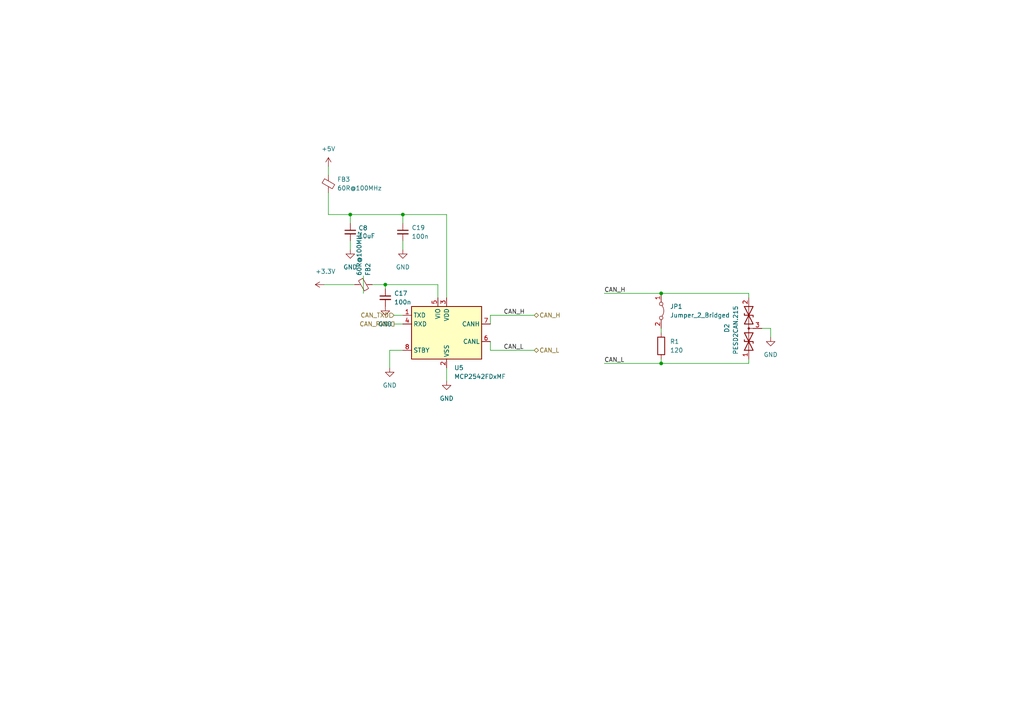
<source format=kicad_sch>
(kicad_sch (version 20230121) (generator eeschema)

  (uuid 17793271-940f-409d-a3ac-89f1b06800ff)

  (paper "A4")

  (lib_symbols
    (symbol "BMS_LV_2022-rescue:D_TVS_x2_AAC-Device" (pin_names (offset 1.016) hide) (in_bom yes) (on_board yes)
      (property "Reference" "D" (at 0 4.445 0)
        (effects (font (size 1.27 1.27)))
      )
      (property "Value" "Device_D_TVS_x2_AAC" (at 0 2.54 0)
        (effects (font (size 1.27 1.27)))
      )
      (property "Footprint" "" (at -3.81 0 0)
        (effects (font (size 1.27 1.27)) hide)
      )
      (property "Datasheet" "" (at -3.81 0 0)
        (effects (font (size 1.27 1.27)) hide)
      )
      (symbol "D_TVS_x2_AAC-Device_0_0"
        (polyline
          (pts
            (xy 0 -1.27)
            (xy 0 0)
          )
          (stroke (width 0) (type solid))
          (fill (type none))
        )
      )
      (symbol "D_TVS_x2_AAC-Device_0_1"
        (polyline
          (pts
            (xy -6.35 0)
            (xy 6.35 0)
          )
          (stroke (width 0) (type solid))
          (fill (type none))
        )
        (polyline
          (pts
            (xy -3.302 1.27)
            (xy -3.81 1.27)
            (xy -3.81 -1.27)
            (xy -4.318 -1.27)
          )
          (stroke (width 0.254) (type solid))
          (fill (type none))
        )
        (polyline
          (pts
            (xy 4.318 1.27)
            (xy 3.81 1.27)
            (xy 3.81 -1.27)
            (xy 3.302 -1.27)
          )
          (stroke (width 0.254) (type solid))
          (fill (type none))
        )
        (polyline
          (pts
            (xy -6.35 1.27)
            (xy -1.27 -1.27)
            (xy -1.27 1.27)
            (xy -6.35 -1.27)
            (xy -6.35 1.27)
          )
          (stroke (width 0.254) (type solid))
          (fill (type none))
        )
        (polyline
          (pts
            (xy 6.35 1.27)
            (xy 1.27 -1.27)
            (xy 1.27 1.27)
            (xy 6.35 -1.27)
            (xy 6.35 1.27)
          )
          (stroke (width 0.254) (type solid))
          (fill (type none))
        )
        (circle (center 0 0) (radius 0.254)
          (stroke (width 0) (type solid))
          (fill (type outline))
        )
      )
      (symbol "D_TVS_x2_AAC-Device_1_1"
        (pin passive line (at -8.89 0 0) (length 2.54)
          (name "A1" (effects (font (size 1.27 1.27))))
          (number "1" (effects (font (size 1.27 1.27))))
        )
        (pin passive line (at 8.89 0 180) (length 2.54)
          (name "A2" (effects (font (size 1.27 1.27))))
          (number "2" (effects (font (size 1.27 1.27))))
        )
        (pin input line (at 0 -3.81 90) (length 2.54)
          (name "common" (effects (font (size 1.27 1.27))))
          (number "3" (effects (font (size 1.27 1.27))))
        )
      )
    )
    (symbol "Device:C_Small" (pin_numbers hide) (pin_names (offset 0.254) hide) (in_bom yes) (on_board yes)
      (property "Reference" "C" (at 0.254 1.778 0)
        (effects (font (size 1.27 1.27)) (justify left))
      )
      (property "Value" "C_Small" (at 0.254 -2.032 0)
        (effects (font (size 1.27 1.27)) (justify left))
      )
      (property "Footprint" "" (at 0 0 0)
        (effects (font (size 1.27 1.27)) hide)
      )
      (property "Datasheet" "~" (at 0 0 0)
        (effects (font (size 1.27 1.27)) hide)
      )
      (property "ki_keywords" "capacitor cap" (at 0 0 0)
        (effects (font (size 1.27 1.27)) hide)
      )
      (property "ki_description" "Unpolarized capacitor, small symbol" (at 0 0 0)
        (effects (font (size 1.27 1.27)) hide)
      )
      (property "ki_fp_filters" "C_*" (at 0 0 0)
        (effects (font (size 1.27 1.27)) hide)
      )
      (symbol "C_Small_0_1"
        (polyline
          (pts
            (xy -1.524 -0.508)
            (xy 1.524 -0.508)
          )
          (stroke (width 0.3302) (type default))
          (fill (type none))
        )
        (polyline
          (pts
            (xy -1.524 0.508)
            (xy 1.524 0.508)
          )
          (stroke (width 0.3048) (type default))
          (fill (type none))
        )
      )
      (symbol "C_Small_1_1"
        (pin passive line (at 0 2.54 270) (length 2.032)
          (name "~" (effects (font (size 1.27 1.27))))
          (number "1" (effects (font (size 1.27 1.27))))
        )
        (pin passive line (at 0 -2.54 90) (length 2.032)
          (name "~" (effects (font (size 1.27 1.27))))
          (number "2" (effects (font (size 1.27 1.27))))
        )
      )
    )
    (symbol "Device:FerriteBead_Small" (pin_numbers hide) (pin_names (offset 0)) (in_bom yes) (on_board yes)
      (property "Reference" "FB" (at 1.905 1.27 0)
        (effects (font (size 1.27 1.27)) (justify left))
      )
      (property "Value" "FerriteBead_Small" (at 1.905 -1.27 0)
        (effects (font (size 1.27 1.27)) (justify left))
      )
      (property "Footprint" "" (at -1.778 0 90)
        (effects (font (size 1.27 1.27)) hide)
      )
      (property "Datasheet" "~" (at 0 0 0)
        (effects (font (size 1.27 1.27)) hide)
      )
      (property "ki_keywords" "L ferrite bead inductor filter" (at 0 0 0)
        (effects (font (size 1.27 1.27)) hide)
      )
      (property "ki_description" "Ferrite bead, small symbol" (at 0 0 0)
        (effects (font (size 1.27 1.27)) hide)
      )
      (property "ki_fp_filters" "Inductor_* L_* *Ferrite*" (at 0 0 0)
        (effects (font (size 1.27 1.27)) hide)
      )
      (symbol "FerriteBead_Small_0_1"
        (polyline
          (pts
            (xy 0 -1.27)
            (xy 0 -0.7874)
          )
          (stroke (width 0) (type default))
          (fill (type none))
        )
        (polyline
          (pts
            (xy 0 0.889)
            (xy 0 1.2954)
          )
          (stroke (width 0) (type default))
          (fill (type none))
        )
        (polyline
          (pts
            (xy -1.8288 0.2794)
            (xy -1.1176 1.4986)
            (xy 1.8288 -0.2032)
            (xy 1.1176 -1.4224)
            (xy -1.8288 0.2794)
          )
          (stroke (width 0) (type default))
          (fill (type none))
        )
      )
      (symbol "FerriteBead_Small_1_1"
        (pin passive line (at 0 2.54 270) (length 1.27)
          (name "~" (effects (font (size 1.27 1.27))))
          (number "1" (effects (font (size 1.27 1.27))))
        )
        (pin passive line (at 0 -2.54 90) (length 1.27)
          (name "~" (effects (font (size 1.27 1.27))))
          (number "2" (effects (font (size 1.27 1.27))))
        )
      )
    )
    (symbol "Device:R" (pin_numbers hide) (pin_names (offset 0)) (in_bom yes) (on_board yes)
      (property "Reference" "R" (at 2.032 0 90)
        (effects (font (size 1.27 1.27)))
      )
      (property "Value" "R" (at 0 0 90)
        (effects (font (size 1.27 1.27)))
      )
      (property "Footprint" "" (at -1.778 0 90)
        (effects (font (size 1.27 1.27)) hide)
      )
      (property "Datasheet" "~" (at 0 0 0)
        (effects (font (size 1.27 1.27)) hide)
      )
      (property "ki_keywords" "R res resistor" (at 0 0 0)
        (effects (font (size 1.27 1.27)) hide)
      )
      (property "ki_description" "Resistor" (at 0 0 0)
        (effects (font (size 1.27 1.27)) hide)
      )
      (property "ki_fp_filters" "R_*" (at 0 0 0)
        (effects (font (size 1.27 1.27)) hide)
      )
      (symbol "R_0_1"
        (rectangle (start -1.016 -2.54) (end 1.016 2.54)
          (stroke (width 0.254) (type default))
          (fill (type none))
        )
      )
      (symbol "R_1_1"
        (pin passive line (at 0 3.81 270) (length 1.27)
          (name "~" (effects (font (size 1.27 1.27))))
          (number "1" (effects (font (size 1.27 1.27))))
        )
        (pin passive line (at 0 -3.81 90) (length 1.27)
          (name "~" (effects (font (size 1.27 1.27))))
          (number "2" (effects (font (size 1.27 1.27))))
        )
      )
    )
    (symbol "Interface_CAN_LIN:MCP2542FDxMF" (in_bom yes) (on_board yes)
      (property "Reference" "U" (at -10.16 8.89 0)
        (effects (font (size 1.27 1.27)) (justify left))
      )
      (property "Value" "MCP2542FDxMF" (at 2.54 8.89 0)
        (effects (font (size 1.27 1.27)) (justify left))
      )
      (property "Footprint" "Package_DFN_QFN:DFN-8-1EP_3x3mm_P0.65mm_EP1.55x2.4mm" (at 0 -12.7 0)
        (effects (font (size 1.27 1.27) italic) hide)
      )
      (property "Datasheet" "http://ww1.microchip.com/downloads/en/DeviceDoc/MCP2542FD-4FD-MCP2542WFD-4WFD-Data-Sheet20005514B.pdf" (at 0 0 0)
        (effects (font (size 1.27 1.27)) hide)
      )
      (property "ki_keywords" "CAN transceiver" (at 0 0 0)
        (effects (font (size 1.27 1.27)) hide)
      )
      (property "ki_description" "CAN-FD Transceiver, Wake-Up on CAN activity, 8Mbps, 5V supply, STBY pin, 3x3 DFN-8" (at 0 0 0)
        (effects (font (size 1.27 1.27)) hide)
      )
      (property "ki_fp_filters" "DFN*1EP*3x3mm*P0.65mm*" (at 0 0 0)
        (effects (font (size 1.27 1.27)) hide)
      )
      (symbol "MCP2542FDxMF_0_1"
        (rectangle (start -10.16 7.62) (end 10.16 -7.62)
          (stroke (width 0.254) (type default))
          (fill (type background))
        )
      )
      (symbol "MCP2542FDxMF_1_1"
        (pin input line (at -12.7 5.08 0) (length 2.54)
          (name "TXD" (effects (font (size 1.27 1.27))))
          (number "1" (effects (font (size 1.27 1.27))))
        )
        (pin power_in line (at 0 -10.16 90) (length 2.54)
          (name "VSS" (effects (font (size 1.27 1.27))))
          (number "2" (effects (font (size 1.27 1.27))))
        )
        (pin power_in line (at 0 10.16 270) (length 2.54)
          (name "VDD" (effects (font (size 1.27 1.27))))
          (number "3" (effects (font (size 1.27 1.27))))
        )
        (pin output line (at -12.7 2.54 0) (length 2.54)
          (name "RXD" (effects (font (size 1.27 1.27))))
          (number "4" (effects (font (size 1.27 1.27))))
        )
        (pin power_in line (at -2.54 10.16 270) (length 2.54)
          (name "VIO" (effects (font (size 1.27 1.27))))
          (number "5" (effects (font (size 1.27 1.27))))
        )
        (pin bidirectional line (at 12.7 -2.54 180) (length 2.54)
          (name "CANL" (effects (font (size 1.27 1.27))))
          (number "6" (effects (font (size 1.27 1.27))))
        )
        (pin bidirectional line (at 12.7 2.54 180) (length 2.54)
          (name "CANH" (effects (font (size 1.27 1.27))))
          (number "7" (effects (font (size 1.27 1.27))))
        )
        (pin input line (at -12.7 -5.08 0) (length 2.54)
          (name "STBY" (effects (font (size 1.27 1.27))))
          (number "8" (effects (font (size 1.27 1.27))))
        )
        (pin passive line (at 0 -10.16 90) (length 2.54) hide
          (name "VSS" (effects (font (size 1.27 1.27))))
          (number "9" (effects (font (size 1.27 1.27))))
        )
      )
    )
    (symbol "Jumper:Jumper_2_Bridged" (pin_names (offset 0) hide) (in_bom yes) (on_board yes)
      (property "Reference" "JP" (at 0 1.905 0)
        (effects (font (size 1.27 1.27)))
      )
      (property "Value" "Jumper_2_Bridged" (at 0 -2.54 0)
        (effects (font (size 1.27 1.27)))
      )
      (property "Footprint" "" (at 0 0 0)
        (effects (font (size 1.27 1.27)) hide)
      )
      (property "Datasheet" "~" (at 0 0 0)
        (effects (font (size 1.27 1.27)) hide)
      )
      (property "ki_keywords" "Jumper SPST" (at 0 0 0)
        (effects (font (size 1.27 1.27)) hide)
      )
      (property "ki_description" "Jumper, 2-pole, closed/bridged" (at 0 0 0)
        (effects (font (size 1.27 1.27)) hide)
      )
      (property "ki_fp_filters" "Jumper* TestPoint*2Pads* TestPoint*Bridge*" (at 0 0 0)
        (effects (font (size 1.27 1.27)) hide)
      )
      (symbol "Jumper_2_Bridged_0_0"
        (circle (center -2.032 0) (radius 0.508)
          (stroke (width 0) (type default))
          (fill (type none))
        )
        (circle (center 2.032 0) (radius 0.508)
          (stroke (width 0) (type default))
          (fill (type none))
        )
      )
      (symbol "Jumper_2_Bridged_0_1"
        (arc (start 1.524 0.254) (mid 0 0.762) (end -1.524 0.254)
          (stroke (width 0) (type default))
          (fill (type none))
        )
      )
      (symbol "Jumper_2_Bridged_1_1"
        (pin passive line (at -5.08 0 0) (length 2.54)
          (name "A" (effects (font (size 1.27 1.27))))
          (number "1" (effects (font (size 1.27 1.27))))
        )
        (pin passive line (at 5.08 0 180) (length 2.54)
          (name "B" (effects (font (size 1.27 1.27))))
          (number "2" (effects (font (size 1.27 1.27))))
        )
      )
    )
    (symbol "power:+3.3V" (power) (pin_names (offset 0)) (in_bom yes) (on_board yes)
      (property "Reference" "#PWR" (at 0 -3.81 0)
        (effects (font (size 1.27 1.27)) hide)
      )
      (property "Value" "+3.3V" (at 0 3.556 0)
        (effects (font (size 1.27 1.27)))
      )
      (property "Footprint" "" (at 0 0 0)
        (effects (font (size 1.27 1.27)) hide)
      )
      (property "Datasheet" "" (at 0 0 0)
        (effects (font (size 1.27 1.27)) hide)
      )
      (property "ki_keywords" "global power" (at 0 0 0)
        (effects (font (size 1.27 1.27)) hide)
      )
      (property "ki_description" "Power symbol creates a global label with name \"+3.3V\"" (at 0 0 0)
        (effects (font (size 1.27 1.27)) hide)
      )
      (symbol "+3.3V_0_1"
        (polyline
          (pts
            (xy -0.762 1.27)
            (xy 0 2.54)
          )
          (stroke (width 0) (type default))
          (fill (type none))
        )
        (polyline
          (pts
            (xy 0 0)
            (xy 0 2.54)
          )
          (stroke (width 0) (type default))
          (fill (type none))
        )
        (polyline
          (pts
            (xy 0 2.54)
            (xy 0.762 1.27)
          )
          (stroke (width 0) (type default))
          (fill (type none))
        )
      )
      (symbol "+3.3V_1_1"
        (pin power_in line (at 0 0 90) (length 0) hide
          (name "+3.3V" (effects (font (size 1.27 1.27))))
          (number "1" (effects (font (size 1.27 1.27))))
        )
      )
    )
    (symbol "power:+5V" (power) (pin_names (offset 0)) (in_bom yes) (on_board yes)
      (property "Reference" "#PWR" (at 0 -3.81 0)
        (effects (font (size 1.27 1.27)) hide)
      )
      (property "Value" "+5V" (at 0 3.556 0)
        (effects (font (size 1.27 1.27)))
      )
      (property "Footprint" "" (at 0 0 0)
        (effects (font (size 1.27 1.27)) hide)
      )
      (property "Datasheet" "" (at 0 0 0)
        (effects (font (size 1.27 1.27)) hide)
      )
      (property "ki_keywords" "global power" (at 0 0 0)
        (effects (font (size 1.27 1.27)) hide)
      )
      (property "ki_description" "Power symbol creates a global label with name \"+5V\"" (at 0 0 0)
        (effects (font (size 1.27 1.27)) hide)
      )
      (symbol "+5V_0_1"
        (polyline
          (pts
            (xy -0.762 1.27)
            (xy 0 2.54)
          )
          (stroke (width 0) (type default))
          (fill (type none))
        )
        (polyline
          (pts
            (xy 0 0)
            (xy 0 2.54)
          )
          (stroke (width 0) (type default))
          (fill (type none))
        )
        (polyline
          (pts
            (xy 0 2.54)
            (xy 0.762 1.27)
          )
          (stroke (width 0) (type default))
          (fill (type none))
        )
      )
      (symbol "+5V_1_1"
        (pin power_in line (at 0 0 90) (length 0) hide
          (name "+5V" (effects (font (size 1.27 1.27))))
          (number "1" (effects (font (size 1.27 1.27))))
        )
      )
    )
    (symbol "power:GND" (power) (pin_names (offset 0)) (in_bom yes) (on_board yes)
      (property "Reference" "#PWR" (at 0 -6.35 0)
        (effects (font (size 1.27 1.27)) hide)
      )
      (property "Value" "GND" (at 0 -3.81 0)
        (effects (font (size 1.27 1.27)))
      )
      (property "Footprint" "" (at 0 0 0)
        (effects (font (size 1.27 1.27)) hide)
      )
      (property "Datasheet" "" (at 0 0 0)
        (effects (font (size 1.27 1.27)) hide)
      )
      (property "ki_keywords" "global power" (at 0 0 0)
        (effects (font (size 1.27 1.27)) hide)
      )
      (property "ki_description" "Power symbol creates a global label with name \"GND\" , ground" (at 0 0 0)
        (effects (font (size 1.27 1.27)) hide)
      )
      (symbol "GND_0_1"
        (polyline
          (pts
            (xy 0 0)
            (xy 0 -1.27)
            (xy 1.27 -1.27)
            (xy 0 -2.54)
            (xy -1.27 -1.27)
            (xy 0 -1.27)
          )
          (stroke (width 0) (type default))
          (fill (type none))
        )
      )
      (symbol "GND_1_1"
        (pin power_in line (at 0 0 270) (length 0) hide
          (name "GND" (effects (font (size 1.27 1.27))))
          (number "1" (effects (font (size 1.27 1.27))))
        )
      )
    )
  )

  (junction (at 101.6 62.23) (diameter 0) (color 0 0 0 0)
    (uuid 0646805c-64db-4651-bdd4-ade300cacc2a)
  )
  (junction (at 191.77 85.09) (diameter 0) (color 0 0 0 0)
    (uuid 58deb177-3624-4233-be42-1336726a87ef)
  )
  (junction (at 116.84 62.23) (diameter 0) (color 0 0 0 0)
    (uuid ad4f8b52-dd27-40ac-9fa4-4b19617c9fa7)
  )
  (junction (at 111.76 82.55) (diameter 0) (color 0 0 0 0)
    (uuid c4255848-525f-4cfd-8802-c38fa1b0778c)
  )
  (junction (at 191.77 105.41) (diameter 0) (color 0 0 0 0)
    (uuid d0c2b076-51ba-4af5-ae1b-c15f8d556fd8)
  )

  (wire (pts (xy 217.17 105.41) (xy 217.17 104.14))
    (stroke (width 0) (type default))
    (uuid 042a27d5-b0df-4edb-9faa-8586083fc26f)
  )
  (wire (pts (xy 93.98 82.55) (xy 102.87 82.55))
    (stroke (width 0) (type default))
    (uuid 11fab8e7-0ed5-4a79-a6cf-57da4788f90e)
  )
  (wire (pts (xy 191.77 105.41) (xy 191.77 104.14))
    (stroke (width 0) (type default))
    (uuid 1d3e5951-6ea1-4cba-aa78-1c233daa70f8)
  )
  (wire (pts (xy 116.84 69.85) (xy 116.84 72.39))
    (stroke (width 0) (type default))
    (uuid 23c8230a-d11d-425d-b23f-f4e03afdca86)
  )
  (wire (pts (xy 129.54 106.68) (xy 129.54 110.49))
    (stroke (width 0) (type default))
    (uuid 32ca832e-49f1-4c3e-aafb-13f5e3ed049a)
  )
  (wire (pts (xy 101.6 69.85) (xy 101.6 72.39))
    (stroke (width 0) (type default))
    (uuid 45606c9a-eed4-45bc-8af7-22837368f604)
  )
  (wire (pts (xy 129.54 62.23) (xy 129.54 86.36))
    (stroke (width 0) (type default))
    (uuid 48816a4d-f12a-4df9-9d0f-2bf4b61a9aa0)
  )
  (wire (pts (xy 142.24 91.44) (xy 142.24 93.98))
    (stroke (width 0) (type default))
    (uuid 50cdf4fa-a4a0-45b5-bd3c-efdc39500d19)
  )
  (wire (pts (xy 95.25 48.26) (xy 95.25 50.8))
    (stroke (width 0) (type default))
    (uuid 581d93e6-e252-4910-a8c1-f54e6cc1b5e4)
  )
  (wire (pts (xy 127 82.55) (xy 127 86.36))
    (stroke (width 0) (type default))
    (uuid 5c9eec3b-b392-47dd-be61-57535d365f5f)
  )
  (wire (pts (xy 101.6 64.77) (xy 101.6 62.23))
    (stroke (width 0) (type default))
    (uuid 6555c7a9-9a8c-4a42-a601-6da55f4c36e4)
  )
  (wire (pts (xy 105.41 85.09) (xy 105.41 80.01))
    (stroke (width 0) (type default))
    (uuid 7c9be84d-7fbb-4caf-8ede-fef7d3755e34)
  )
  (wire (pts (xy 111.76 82.55) (xy 127 82.55))
    (stroke (width 0) (type default))
    (uuid 838bc0c9-caf7-4adb-93f1-0b9b921eaeb9)
  )
  (wire (pts (xy 107.95 82.55) (xy 111.76 82.55))
    (stroke (width 0) (type default))
    (uuid 881c0d39-9740-4fea-91fa-ad7ca5cf13d9)
  )
  (wire (pts (xy 114.3 91.44) (xy 116.84 91.44))
    (stroke (width 0) (type default))
    (uuid 9000bef9-b28f-4fb7-b0af-873e76d72668)
  )
  (wire (pts (xy 142.24 99.06) (xy 142.24 101.6))
    (stroke (width 0) (type default))
    (uuid 9104f51a-174a-4691-adbf-f64dc9a14512)
  )
  (wire (pts (xy 175.26 85.09) (xy 191.77 85.09))
    (stroke (width 0) (type default))
    (uuid 9bc6a0f9-a4d1-4aeb-99a8-8c485a4f47f2)
  )
  (wire (pts (xy 116.84 64.77) (xy 116.84 62.23))
    (stroke (width 0) (type default))
    (uuid a34ec5ef-f6ae-4ecf-992b-4fa5dc465d30)
  )
  (wire (pts (xy 101.6 62.23) (xy 116.84 62.23))
    (stroke (width 0) (type default))
    (uuid a367820d-ef27-4a97-a381-19b47b00ec82)
  )
  (wire (pts (xy 191.77 105.41) (xy 217.17 105.41))
    (stroke (width 0) (type default))
    (uuid a381dded-cf8b-4eaa-beaf-68d402da33a6)
  )
  (wire (pts (xy 116.84 62.23) (xy 129.54 62.23))
    (stroke (width 0) (type default))
    (uuid a4b5aa75-d049-410b-badd-4f4fd5a72a3b)
  )
  (wire (pts (xy 114.3 93.98) (xy 116.84 93.98))
    (stroke (width 0) (type default))
    (uuid b7d98781-cec9-4bc0-9402-47411af21e56)
  )
  (wire (pts (xy 113.03 101.6) (xy 113.03 106.68))
    (stroke (width 0) (type default))
    (uuid bcdb1e72-cd01-42e9-8941-41adb02832e1)
  )
  (wire (pts (xy 175.26 105.41) (xy 191.77 105.41))
    (stroke (width 0) (type default))
    (uuid bce961de-0146-4404-b0b9-6807de7f0871)
  )
  (wire (pts (xy 191.77 85.09) (xy 217.17 85.09))
    (stroke (width 0) (type default))
    (uuid c1d2d084-6397-4f4f-96db-b05326c2872e)
  )
  (wire (pts (xy 191.77 95.25) (xy 191.77 96.52))
    (stroke (width 0) (type default))
    (uuid c38d95a4-c2b4-4b5f-b038-c6617416536d)
  )
  (wire (pts (xy 142.24 101.6) (xy 154.94 101.6))
    (stroke (width 0) (type default))
    (uuid d28d3e97-f3e6-4bff-bc6d-ca5bc3145a16)
  )
  (wire (pts (xy 116.84 101.6) (xy 113.03 101.6))
    (stroke (width 0) (type default))
    (uuid d8be6a35-6666-4c39-b214-7dbc3afdd21e)
  )
  (wire (pts (xy 217.17 86.36) (xy 217.17 85.09))
    (stroke (width 0) (type default))
    (uuid e05876dd-9239-4ff1-b0b6-096ca7fa21fe)
  )
  (wire (pts (xy 142.24 91.44) (xy 154.94 91.44))
    (stroke (width 0) (type default))
    (uuid e35ae4e6-0924-4d9a-b3f0-7be6b16bd148)
  )
  (wire (pts (xy 223.52 95.25) (xy 220.98 95.25))
    (stroke (width 0) (type default))
    (uuid e6de69d5-dd0d-41e8-b2c7-ba6636c11ef9)
  )
  (wire (pts (xy 95.25 62.23) (xy 101.6 62.23))
    (stroke (width 0) (type default))
    (uuid eb23c14c-a726-4584-8145-fc996d60780f)
  )
  (wire (pts (xy 111.76 82.55) (xy 111.76 83.82))
    (stroke (width 0) (type default))
    (uuid ee0bbcb8-c3f5-4491-843f-38e0b2aefdc8)
  )
  (wire (pts (xy 95.25 55.88) (xy 95.25 62.23))
    (stroke (width 0) (type default))
    (uuid f6413ad2-bcc6-4fd4-8620-58cbf2cf4389)
  )
  (wire (pts (xy 223.52 97.79) (xy 223.52 95.25))
    (stroke (width 0) (type default))
    (uuid fc7bf50c-f044-4b3c-94e8-96a07eace0c9)
  )

  (label "CAN_H" (at 175.26 85.09 0) (fields_autoplaced)
    (effects (font (size 1.27 1.27)) (justify left bottom))
    (uuid 89a0f998-86a1-4489-9e0e-b1a54f8eb763)
  )
  (label "CAN_L" (at 146.05 101.6 0) (fields_autoplaced)
    (effects (font (size 1.27 1.27)) (justify left bottom))
    (uuid b1248220-23b6-40c6-8bd8-46765e6eba38)
  )
  (label "CAN_L" (at 175.26 105.41 0) (fields_autoplaced)
    (effects (font (size 1.27 1.27)) (justify left bottom))
    (uuid c5178243-80d6-48f6-913c-1bbb49b76717)
  )
  (label "CAN_H" (at 146.05 91.44 0) (fields_autoplaced)
    (effects (font (size 1.27 1.27)) (justify left bottom))
    (uuid d4bd0a01-3185-414a-8042-78e6318d4a5f)
  )

  (hierarchical_label "CAN_H" (shape bidirectional) (at 154.94 91.44 0) (fields_autoplaced)
    (effects (font (size 1.27 1.27)) (justify left))
    (uuid 15eade75-96c8-45d7-8f39-ed78ad8018a4)
  )
  (hierarchical_label "CAN_TXD" (shape input) (at 114.3 91.44 180) (fields_autoplaced)
    (effects (font (size 1.27 1.27)) (justify right))
    (uuid 9e178d46-6f2b-4b75-9df7-02cab6c0ee92)
  )
  (hierarchical_label "CAN_L" (shape bidirectional) (at 154.94 101.6 0) (fields_autoplaced)
    (effects (font (size 1.27 1.27)) (justify left))
    (uuid a5e67d44-6497-4e6c-82de-d5ca63673df8)
  )
  (hierarchical_label "CAN_RXD" (shape output) (at 114.3 93.98 180) (fields_autoplaced)
    (effects (font (size 1.27 1.27)) (justify right))
    (uuid fab70ef1-17c3-4b12-8c0d-a4a760ac2672)
  )

  (symbol (lib_id "power:GND") (at 129.54 110.49 0) (unit 1)
    (in_bom yes) (on_board yes) (dnp no) (fields_autoplaced)
    (uuid 211a4caf-fd87-4431-9fff-d6fb567642a6)
    (property "Reference" "#PWR016" (at 129.54 116.84 0)
      (effects (font (size 1.27 1.27)) hide)
    )
    (property "Value" "GND" (at 129.54 115.57 0)
      (effects (font (size 1.27 1.27)))
    )
    (property "Footprint" "" (at 129.54 110.49 0)
      (effects (font (size 1.27 1.27)) hide)
    )
    (property "Datasheet" "" (at 129.54 110.49 0)
      (effects (font (size 1.27 1.27)) hide)
    )
    (pin "1" (uuid d9080caa-8675-41f6-b5dd-91b4f779fd9c))
    (instances
      (project "PDM_1"
        (path "/b652b05a-4e3d-4ad1-b032-18886abe7d45/ae0773d9-e23d-47b1-916b-0288055270db"
          (reference "#PWR016") (unit 1)
        )
      )
      (project "PDM"
        (path "/d7434f1a-7415-4eaa-a71b-b9580d7b34f2/9b2421d8-0e20-4029-9353-a6168df6af2d"
          (reference "#PWR014") (unit 1)
        )
      )
    )
  )

  (symbol (lib_id "power:GND") (at 101.6 72.39 0) (unit 1)
    (in_bom yes) (on_board yes) (dnp no) (fields_autoplaced)
    (uuid 2b7267f8-e16b-448e-ab81-308f3237032e)
    (property "Reference" "#PWR013" (at 101.6 78.74 0)
      (effects (font (size 1.27 1.27)) hide)
    )
    (property "Value" "GND" (at 101.6 77.47 0)
      (effects (font (size 1.27 1.27)))
    )
    (property "Footprint" "" (at 101.6 72.39 0)
      (effects (font (size 1.27 1.27)) hide)
    )
    (property "Datasheet" "" (at 101.6 72.39 0)
      (effects (font (size 1.27 1.27)) hide)
    )
    (pin "1" (uuid cc01c30f-e9b7-4412-8d88-5cfcfdd48e87))
    (instances
      (project "PDM_1"
        (path "/b652b05a-4e3d-4ad1-b032-18886abe7d45/ae0773d9-e23d-47b1-916b-0288055270db"
          (reference "#PWR013") (unit 1)
        )
      )
      (project "PDM"
        (path "/d7434f1a-7415-4eaa-a71b-b9580d7b34f2/9b2421d8-0e20-4029-9353-a6168df6af2d"
          (reference "#PWR011") (unit 1)
        )
      )
    )
  )

  (symbol (lib_id "Device:C_Small") (at 101.6 67.31 0) (unit 1)
    (in_bom yes) (on_board yes) (dnp no)
    (uuid 2dad37c1-2c7d-4e0f-a858-6238629efd4a)
    (property "Reference" "C8" (at 103.9368 66.1416 0)
      (effects (font (size 1.27 1.27)) (justify left))
    )
    (property "Value" "10uF" (at 103.9368 68.453 0)
      (effects (font (size 1.27 1.27)) (justify left))
    )
    (property "Footprint" "Capacitor_SMD:C_0603_1608Metric" (at 101.6 67.31 0)
      (effects (font (size 1.27 1.27)) hide)
    )
    (property "Datasheet" "~" (at 101.6 67.31 0)
      (effects (font (size 1.27 1.27)) hide)
    )
    (pin "1" (uuid 9f4f6f3c-3bf2-4436-9402-f36bb54acf6d))
    (pin "2" (uuid 3d437636-e42c-463f-b727-7e314d55bb23))
    (instances
      (project "BMS_LV_2022"
        (path "/3aaf1e02-2989-45b9-bf79-97592f8062c2/00000000-0000-0000-0000-000061a9d384"
          (reference "C8") (unit 1)
        )
        (path "/3aaf1e02-2989-45b9-bf79-97592f8062c2/00000000-0000-0000-0000-000061a14add"
          (reference "C5") (unit 1)
        )
        (path "/3aaf1e02-2989-45b9-bf79-97592f8062c2/00000000-0000-0000-0000-000061f4d531"
          (reference "C8") (unit 1)
        )
      )
      (project "PDM_1"
        (path "/b652b05a-4e3d-4ad1-b032-18886abe7d45/ae0773d9-e23d-47b1-916b-0288055270db"
          (reference "C18") (unit 1)
        )
      )
      (project "PDM"
        (path "/d7434f1a-7415-4eaa-a71b-b9580d7b34f2/9b2421d8-0e20-4029-9353-a6168df6af2d"
          (reference "C13") (unit 1)
        )
      )
    )
  )

  (symbol (lib_id "Device:R") (at 191.77 100.33 0) (unit 1)
    (in_bom yes) (on_board yes) (dnp no) (fields_autoplaced)
    (uuid 3c78a497-1508-4e0e-8ada-d2f230f9f8de)
    (property "Reference" "R1" (at 194.31 99.06 0)
      (effects (font (size 1.27 1.27)) (justify left))
    )
    (property "Value" "120" (at 194.31 101.6 0)
      (effects (font (size 1.27 1.27)) (justify left))
    )
    (property "Footprint" "Resistor_SMD:R_0603_1608Metric" (at 189.992 100.33 90)
      (effects (font (size 1.27 1.27)) hide)
    )
    (property "Datasheet" "~" (at 191.77 100.33 0)
      (effects (font (size 1.27 1.27)) hide)
    )
    (pin "2" (uuid 419fe4c1-a5dd-4812-8b89-5bf814c22698))
    (pin "1" (uuid 2d57933d-1d21-444f-ac1c-deba157acc11))
    (instances
      (project "PDM_1"
        (path "/b652b05a-4e3d-4ad1-b032-18886abe7d45/ae0773d9-e23d-47b1-916b-0288055270db"
          (reference "R1") (unit 1)
        )
      )
      (project "PDM"
        (path "/d7434f1a-7415-4eaa-a71b-b9580d7b34f2/9b2421d8-0e20-4029-9353-a6168df6af2d"
          (reference "R1") (unit 1)
        )
      )
    )
  )

  (symbol (lib_id "Jumper:Jumper_2_Bridged") (at 191.77 90.17 270) (unit 1)
    (in_bom yes) (on_board yes) (dnp no) (fields_autoplaced)
    (uuid 45f60b3f-6113-4fa2-a606-2ed4c0b7f077)
    (property "Reference" "JP1" (at 194.31 88.9 90)
      (effects (font (size 1.27 1.27)) (justify left))
    )
    (property "Value" "Jumper_2_Bridged" (at 194.31 91.44 90)
      (effects (font (size 1.27 1.27)) (justify left))
    )
    (property "Footprint" "Connector_PinHeader_2.54mm:PinHeader_1x02_P2.54mm_Vertical" (at 191.77 90.17 0)
      (effects (font (size 1.27 1.27)) hide)
    )
    (property "Datasheet" "~" (at 191.77 90.17 0)
      (effects (font (size 1.27 1.27)) hide)
    )
    (pin "2" (uuid a1c2c18c-ee36-4627-812a-32e1e9755fd8))
    (pin "1" (uuid d25d3f15-7832-4e5d-9824-b1fada3f3366))
    (instances
      (project "PDM_1"
        (path "/b652b05a-4e3d-4ad1-b032-18886abe7d45/ae0773d9-e23d-47b1-916b-0288055270db"
          (reference "JP1") (unit 1)
        )
      )
      (project "PDM"
        (path "/d7434f1a-7415-4eaa-a71b-b9580d7b34f2/9b2421d8-0e20-4029-9353-a6168df6af2d"
          (reference "JP1") (unit 1)
        )
      )
    )
  )

  (symbol (lib_id "BMS_LV_2022-rescue:D_TVS_x2_AAC-Device") (at 217.17 95.25 90) (unit 1)
    (in_bom yes) (on_board yes) (dnp no)
    (uuid 544ce5d2-57ea-454a-9ab8-62f39c797c6d)
    (property "Reference" "D2" (at 210.82 96.52 0)
      (effects (font (size 1.27 1.27)) (justify left))
    )
    (property "Value" "PESD2CAN.215" (at 213.36 102.87 0)
      (effects (font (size 1.27 1.27)) (justify left))
    )
    (property "Footprint" "Package_TO_SOT_SMD:SOT-23" (at 217.17 99.06 0)
      (effects (font (size 1.27 1.27)) hide)
    )
    (property "Datasheet" "~" (at 217.17 99.06 0)
      (effects (font (size 1.27 1.27)) hide)
    )
    (pin "3" (uuid 45e385e4-495b-4ca6-92d9-377005ff65b4))
    (pin "2" (uuid bfa5a7cb-d49e-4bed-b1fc-ff36055ef149))
    (pin "1" (uuid bb016c4c-0b80-41ed-843b-f2ff65cae448))
    (instances
      (project "BMS_LV_2022"
        (path "/3aaf1e02-2989-45b9-bf79-97592f8062c2/00000000-0000-0000-0000-000061a9d384"
          (reference "D2") (unit 1)
        )
        (path "/3aaf1e02-2989-45b9-bf79-97592f8062c2/00000000-0000-0000-0000-000061a14add"
          (reference "D12") (unit 1)
        )
        (path "/3aaf1e02-2989-45b9-bf79-97592f8062c2/00000000-0000-0000-0000-000061f4d531"
          (reference "D2") (unit 1)
        )
      )
      (project "PDM_1"
        (path "/b652b05a-4e3d-4ad1-b032-18886abe7d45/ae0773d9-e23d-47b1-916b-0288055270db"
          (reference "D5") (unit 1)
        )
      )
      (project "PDM"
        (path "/d7434f1a-7415-4eaa-a71b-b9580d7b34f2/9b2421d8-0e20-4029-9353-a6168df6af2d"
          (reference "D4") (unit 1)
        )
      )
    )
  )

  (symbol (lib_id "power:+5V") (at 95.25 48.26 0) (unit 1)
    (in_bom yes) (on_board yes) (dnp no) (fields_autoplaced)
    (uuid 62d03a21-a5b1-4f22-9fb5-670a1fbb88b6)
    (property "Reference" "#PWR011" (at 95.25 52.07 0)
      (effects (font (size 1.27 1.27)) hide)
    )
    (property "Value" "+5V" (at 95.25 43.18 0)
      (effects (font (size 1.27 1.27)))
    )
    (property "Footprint" "" (at 95.25 48.26 0)
      (effects (font (size 1.27 1.27)) hide)
    )
    (property "Datasheet" "" (at 95.25 48.26 0)
      (effects (font (size 1.27 1.27)) hide)
    )
    (pin "1" (uuid 63af71ba-04f5-411a-a5f2-ae83a62a72df))
    (instances
      (project "PDM_1"
        (path "/b652b05a-4e3d-4ad1-b032-18886abe7d45/ae0773d9-e23d-47b1-916b-0288055270db"
          (reference "#PWR011") (unit 1)
        )
      )
      (project "PDM"
        (path "/d7434f1a-7415-4eaa-a71b-b9580d7b34f2/9b2421d8-0e20-4029-9353-a6168df6af2d"
          (reference "#PWR09") (unit 1)
        )
      )
    )
  )

  (symbol (lib_id "power:GND") (at 223.52 97.79 0) (unit 1)
    (in_bom yes) (on_board yes) (dnp no) (fields_autoplaced)
    (uuid 77f0ad8c-816f-43f9-b231-29c7497b2ae5)
    (property "Reference" "#PWR017" (at 223.52 104.14 0)
      (effects (font (size 1.27 1.27)) hide)
    )
    (property "Value" "GND" (at 223.52 102.87 0)
      (effects (font (size 1.27 1.27)))
    )
    (property "Footprint" "" (at 223.52 97.79 0)
      (effects (font (size 1.27 1.27)) hide)
    )
    (property "Datasheet" "" (at 223.52 97.79 0)
      (effects (font (size 1.27 1.27)) hide)
    )
    (pin "1" (uuid 94014b7a-6df8-45ec-906a-089873b151a9))
    (instances
      (project "PDM_1"
        (path "/b652b05a-4e3d-4ad1-b032-18886abe7d45/ae0773d9-e23d-47b1-916b-0288055270db"
          (reference "#PWR017") (unit 1)
        )
      )
      (project "PDM"
        (path "/d7434f1a-7415-4eaa-a71b-b9580d7b34f2/9b2421d8-0e20-4029-9353-a6168df6af2d"
          (reference "#PWR015") (unit 1)
        )
      )
    )
  )

  (symbol (lib_id "power:GND") (at 116.84 72.39 0) (unit 1)
    (in_bom yes) (on_board yes) (dnp no) (fields_autoplaced)
    (uuid 7a56b52a-ad1f-4ee4-ae84-ac4b38f134e8)
    (property "Reference" "#PWR015" (at 116.84 78.74 0)
      (effects (font (size 1.27 1.27)) hide)
    )
    (property "Value" "GND" (at 116.84 77.47 0)
      (effects (font (size 1.27 1.27)))
    )
    (property "Footprint" "" (at 116.84 72.39 0)
      (effects (font (size 1.27 1.27)) hide)
    )
    (property "Datasheet" "" (at 116.84 72.39 0)
      (effects (font (size 1.27 1.27)) hide)
    )
    (pin "1" (uuid 283563e0-d0bc-45fa-b305-b62aa60deca0))
    (instances
      (project "PDM_1"
        (path "/b652b05a-4e3d-4ad1-b032-18886abe7d45/ae0773d9-e23d-47b1-916b-0288055270db"
          (reference "#PWR015") (unit 1)
        )
      )
      (project "PDM"
        (path "/d7434f1a-7415-4eaa-a71b-b9580d7b34f2/9b2421d8-0e20-4029-9353-a6168df6af2d"
          (reference "#PWR013") (unit 1)
        )
      )
    )
  )

  (symbol (lib_id "power:GND") (at 113.03 106.68 0) (unit 1)
    (in_bom yes) (on_board yes) (dnp no) (fields_autoplaced)
    (uuid 8481e278-b7b4-41ff-a775-f8c2f17b11f2)
    (property "Reference" "#PWR014" (at 113.03 113.03 0)
      (effects (font (size 1.27 1.27)) hide)
    )
    (property "Value" "GND" (at 113.03 111.76 0)
      (effects (font (size 1.27 1.27)))
    )
    (property "Footprint" "" (at 113.03 106.68 0)
      (effects (font (size 1.27 1.27)) hide)
    )
    (property "Datasheet" "" (at 113.03 106.68 0)
      (effects (font (size 1.27 1.27)) hide)
    )
    (pin "1" (uuid e3521322-bcbe-438c-803f-d23c63b8388c))
    (instances
      (project "PDM_1"
        (path "/b652b05a-4e3d-4ad1-b032-18886abe7d45/ae0773d9-e23d-47b1-916b-0288055270db"
          (reference "#PWR014") (unit 1)
        )
      )
      (project "PDM"
        (path "/d7434f1a-7415-4eaa-a71b-b9580d7b34f2/9b2421d8-0e20-4029-9353-a6168df6af2d"
          (reference "#PWR012") (unit 1)
        )
      )
    )
  )

  (symbol (lib_id "power:GND") (at 111.76 88.9 0) (unit 1)
    (in_bom yes) (on_board yes) (dnp no) (fields_autoplaced)
    (uuid 91445e58-d058-4612-9d3d-4686a1079994)
    (property "Reference" "#PWR012" (at 111.76 95.25 0)
      (effects (font (size 1.27 1.27)) hide)
    )
    (property "Value" "GND" (at 111.76 93.98 0)
      (effects (font (size 1.27 1.27)))
    )
    (property "Footprint" "" (at 111.76 88.9 0)
      (effects (font (size 1.27 1.27)) hide)
    )
    (property "Datasheet" "" (at 111.76 88.9 0)
      (effects (font (size 1.27 1.27)) hide)
    )
    (pin "1" (uuid 399c2d92-a442-4826-bbef-0ae91df25527))
    (instances
      (project "PDM_1"
        (path "/b652b05a-4e3d-4ad1-b032-18886abe7d45/ae0773d9-e23d-47b1-916b-0288055270db"
          (reference "#PWR012") (unit 1)
        )
      )
      (project "PDM"
        (path "/d7434f1a-7415-4eaa-a71b-b9580d7b34f2/9b2421d8-0e20-4029-9353-a6168df6af2d"
          (reference "#PWR010") (unit 1)
        )
      )
    )
  )

  (symbol (lib_id "Interface_CAN_LIN:MCP2542FDxMF") (at 129.54 96.52 0) (unit 1)
    (in_bom yes) (on_board yes) (dnp no) (fields_autoplaced)
    (uuid 93e0ddd5-d43f-4a81-82d2-928e56312559)
    (property "Reference" "U5" (at 131.7341 106.68 0)
      (effects (font (size 1.27 1.27)) (justify left))
    )
    (property "Value" "MCP2542FDxMF" (at 131.7341 109.22 0)
      (effects (font (size 1.27 1.27)) (justify left))
    )
    (property "Footprint" "Package_DFN_QFN:DFN-8-1EP_3x3mm_P0.65mm_EP1.55x2.4mm" (at 129.54 109.22 0)
      (effects (font (size 1.27 1.27) italic) hide)
    )
    (property "Datasheet" "http://ww1.microchip.com/downloads/en/DeviceDoc/MCP2542FD-4FD-MCP2542WFD-4WFD-Data-Sheet20005514B.pdf" (at 129.54 96.52 0)
      (effects (font (size 1.27 1.27)) hide)
    )
    (pin "5" (uuid 2685e751-8c4a-4d8c-bba0-0ff90105f2cc))
    (pin "8" (uuid 0b1396a0-3413-4c15-9a7b-a4a2c3aaf523))
    (pin "6" (uuid cf32f028-4807-4a55-b6ad-cfbbef6d8e73))
    (pin "9" (uuid 222ef350-ac92-4421-b933-1bcaf1627fb4))
    (pin "2" (uuid 1fb41261-25bf-4348-af3a-2128634d34af))
    (pin "1" (uuid 44e9b9cd-6105-42ce-9d5a-c214dab8b76d))
    (pin "3" (uuid 0e573035-d7b9-45db-9c81-59c2717a7fc2))
    (pin "4" (uuid 8c4b065b-3526-490f-86cd-0db46bf62b77))
    (pin "7" (uuid 15b057a3-c7f3-4859-8379-281a449c2fdd))
    (instances
      (project "PDM_1"
        (path "/b652b05a-4e3d-4ad1-b032-18886abe7d45/ae0773d9-e23d-47b1-916b-0288055270db"
          (reference "U5") (unit 1)
        )
      )
    )
  )

  (symbol (lib_id "Device:FerriteBead_Small") (at 95.25 53.34 0) (unit 1)
    (in_bom yes) (on_board yes) (dnp no) (fields_autoplaced)
    (uuid b648afb6-0174-43f6-a63a-1d75311f2d58)
    (property "Reference" "FB3" (at 97.79 52.0319 0)
      (effects (font (size 1.27 1.27)) (justify left))
    )
    (property "Value" "60R@100MHz" (at 97.79 54.5719 0)
      (effects (font (size 1.27 1.27)) (justify left))
    )
    (property "Footprint" "Inductor_SMD:L_0603_1608Metric" (at 93.472 53.34 90)
      (effects (font (size 1.27 1.27)) hide)
    )
    (property "Datasheet" "~" (at 95.25 53.34 0)
      (effects (font (size 1.27 1.27)) hide)
    )
    (pin "1" (uuid 83e17ea8-cf17-4850-bb36-5e363bbf4342))
    (pin "2" (uuid 6950d3dc-6656-428f-9d16-5ac2fd62ed25))
    (instances
      (project "PDM_1"
        (path "/b652b05a-4e3d-4ad1-b032-18886abe7d45/ae0773d9-e23d-47b1-916b-0288055270db"
          (reference "FB3") (unit 1)
        )
      )
      (project "PDM"
        (path "/d7434f1a-7415-4eaa-a71b-b9580d7b34f2/9b2421d8-0e20-4029-9353-a6168df6af2d"
          (reference "FB3") (unit 1)
        )
      )
    )
  )

  (symbol (lib_id "Device:C_Small") (at 116.84 67.31 0) (unit 1)
    (in_bom yes) (on_board yes) (dnp no) (fields_autoplaced)
    (uuid b67c092c-f65b-4ead-a101-b85f58ebd8b1)
    (property "Reference" "C19" (at 119.38 66.0463 0)
      (effects (font (size 1.27 1.27)) (justify left))
    )
    (property "Value" "100n" (at 119.38 68.5863 0)
      (effects (font (size 1.27 1.27)) (justify left))
    )
    (property "Footprint" "Capacitor_SMD:C_0603_1608Metric" (at 116.84 67.31 0)
      (effects (font (size 1.27 1.27)) hide)
    )
    (property "Datasheet" "~" (at 116.84 67.31 0)
      (effects (font (size 1.27 1.27)) hide)
    )
    (pin "1" (uuid e080286d-01c9-403c-9db2-74aad3ee1d0e))
    (pin "2" (uuid eebeac76-85a6-40cf-a1e7-b4ee1adeba35))
    (instances
      (project "PDM_1"
        (path "/b652b05a-4e3d-4ad1-b032-18886abe7d45/ae0773d9-e23d-47b1-916b-0288055270db"
          (reference "C19") (unit 1)
        )
      )
      (project "PDM"
        (path "/d7434f1a-7415-4eaa-a71b-b9580d7b34f2/9b2421d8-0e20-4029-9353-a6168df6af2d"
          (reference "C14") (unit 1)
        )
      )
    )
  )

  (symbol (lib_id "power:+3.3V") (at 93.98 82.55 90) (unit 1)
    (in_bom yes) (on_board yes) (dnp no)
    (uuid c9c517bb-3f63-4448-8455-91b9f6dabff7)
    (property "Reference" "#PWR010" (at 97.79 82.55 0)
      (effects (font (size 1.27 1.27)) hide)
    )
    (property "Value" "+3.3V" (at 91.44 78.74 90)
      (effects (font (size 1.27 1.27)) (justify right))
    )
    (property "Footprint" "" (at 93.98 82.55 0)
      (effects (font (size 1.27 1.27)) hide)
    )
    (property "Datasheet" "" (at 93.98 82.55 0)
      (effects (font (size 1.27 1.27)) hide)
    )
    (pin "1" (uuid 32f1692d-b974-4f13-a3e7-98a802bb6ed6))
    (instances
      (project "PDM_1"
        (path "/b652b05a-4e3d-4ad1-b032-18886abe7d45/ae0773d9-e23d-47b1-916b-0288055270db"
          (reference "#PWR010") (unit 1)
        )
      )
      (project "PDM"
        (path "/d7434f1a-7415-4eaa-a71b-b9580d7b34f2/9b2421d8-0e20-4029-9353-a6168df6af2d"
          (reference "#PWR08") (unit 1)
        )
      )
    )
  )

  (symbol (lib_id "Device:FerriteBead_Small") (at 105.41 82.55 270) (mirror x) (unit 1)
    (in_bom yes) (on_board yes) (dnp no)
    (uuid d416c8e9-4f30-4514-a809-8e8756bc26c4)
    (property "Reference" "FB2" (at 106.7181 80.01 0)
      (effects (font (size 1.27 1.27)) (justify left))
    )
    (property "Value" "60R@100MHz" (at 104.1781 80.01 0)
      (effects (font (size 1.27 1.27)) (justify left))
    )
    (property "Footprint" "Inductor_SMD:L_0603_1608Metric" (at 105.41 84.328 90)
      (effects (font (size 1.27 1.27)) hide)
    )
    (property "Datasheet" "~" (at 105.41 82.55 0)
      (effects (font (size 1.27 1.27)) hide)
    )
    (pin "1" (uuid 611811cf-8202-4465-ab88-dcaf6dc1fcef))
    (pin "2" (uuid 7e3d0c51-3ae3-49b1-980a-d6d8fba68dbc))
    (instances
      (project "PDM_1"
        (path "/b652b05a-4e3d-4ad1-b032-18886abe7d45/ae0773d9-e23d-47b1-916b-0288055270db"
          (reference "FB2") (unit 1)
        )
      )
      (project "PDM"
        (path "/d7434f1a-7415-4eaa-a71b-b9580d7b34f2/9b2421d8-0e20-4029-9353-a6168df6af2d"
          (reference "FB2") (unit 1)
        )
      )
    )
  )

  (symbol (lib_id "Device:C_Small") (at 111.76 86.36 0) (unit 1)
    (in_bom yes) (on_board yes) (dnp no) (fields_autoplaced)
    (uuid e8a5d422-53aa-4d5d-918b-495619b03a4f)
    (property "Reference" "C17" (at 114.3 85.0963 0)
      (effects (font (size 1.27 1.27)) (justify left))
    )
    (property "Value" "100n" (at 114.3 87.6363 0)
      (effects (font (size 1.27 1.27)) (justify left))
    )
    (property "Footprint" "Capacitor_SMD:C_0603_1608Metric" (at 111.76 86.36 0)
      (effects (font (size 1.27 1.27)) hide)
    )
    (property "Datasheet" "~" (at 111.76 86.36 0)
      (effects (font (size 1.27 1.27)) hide)
    )
    (pin "2" (uuid cb18476d-2180-477f-b811-9387cfb56e6b))
    (pin "1" (uuid 7e7d947f-47a0-4e89-9ef0-3b4c4dd0e088))
    (instances
      (project "PDM_1"
        (path "/b652b05a-4e3d-4ad1-b032-18886abe7d45/ae0773d9-e23d-47b1-916b-0288055270db"
          (reference "C17") (unit 1)
        )
      )
      (project "PDM"
        (path "/d7434f1a-7415-4eaa-a71b-b9580d7b34f2/9b2421d8-0e20-4029-9353-a6168df6af2d"
          (reference "C8") (unit 1)
        )
      )
    )
  )
)

</source>
